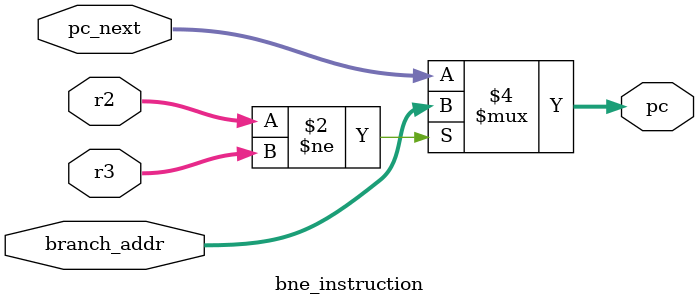
<source format=v>


module bne_instruction (
input [18:0] r2,
input [18:0] r3,
input [18:0] branch_addr,
input [18:0] pc_next,
output reg [18:0] pc
);

always @(*) begin
    if (r2!=r3)     //r2 is not eqaul to r3....
       pc = branch_addr;
    else
       pc = pc_next;
end
    
endmodule  // let's go to testbench....
</source>
